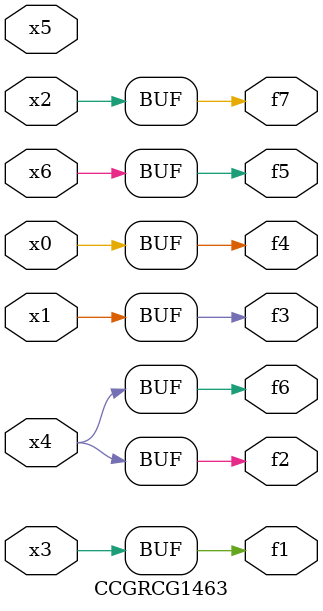
<source format=v>
module CCGRCG1463(
	input x0, x1, x2, x3, x4, x5, x6,
	output f1, f2, f3, f4, f5, f6, f7
);
	assign f1 = x3;
	assign f2 = x4;
	assign f3 = x1;
	assign f4 = x0;
	assign f5 = x6;
	assign f6 = x4;
	assign f7 = x2;
endmodule

</source>
